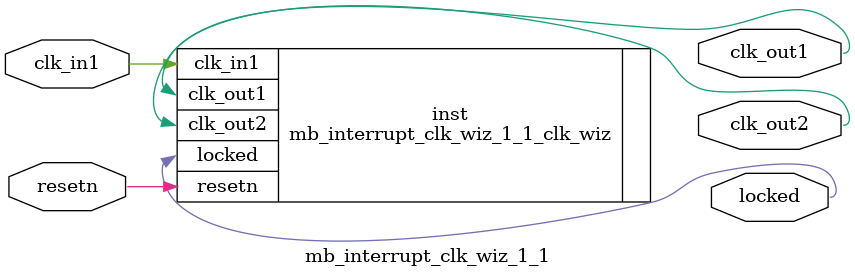
<source format=v>


`timescale 1ps/1ps

(* CORE_GENERATION_INFO = "mb_interrupt_clk_wiz_1_1,clk_wiz_v5_3_3_0,{component_name=mb_interrupt_clk_wiz_1_1,use_phase_alignment=true,use_min_o_jitter=false,use_max_i_jitter=false,use_dyn_phase_shift=false,use_inclk_switchover=false,use_dyn_reconfig=false,enable_axi=0,feedback_source=FDBK_AUTO,PRIMITIVE=MMCM,num_out_clk=2,clkin1_period=10.0,clkin2_period=10.0,use_power_down=false,use_reset=true,use_locked=true,use_inclk_stopped=false,feedback_type=SINGLE,CLOCK_MGR_TYPE=NA,manual_override=false}" *)

module mb_interrupt_clk_wiz_1_1 
 (
  // Clock out ports
  output        clk_out1,
  output        clk_out2,
  // Status and control signals
  input         resetn,
  output        locked,
 // Clock in ports
  input         clk_in1
 );

  mb_interrupt_clk_wiz_1_1_clk_wiz inst
  (
  // Clock out ports  
  .clk_out1(clk_out1),
  .clk_out2(clk_out2),
  // Status and control signals               
  .resetn(resetn), 
  .locked(locked),
 // Clock in ports
  .clk_in1(clk_in1)
  );

endmodule

</source>
